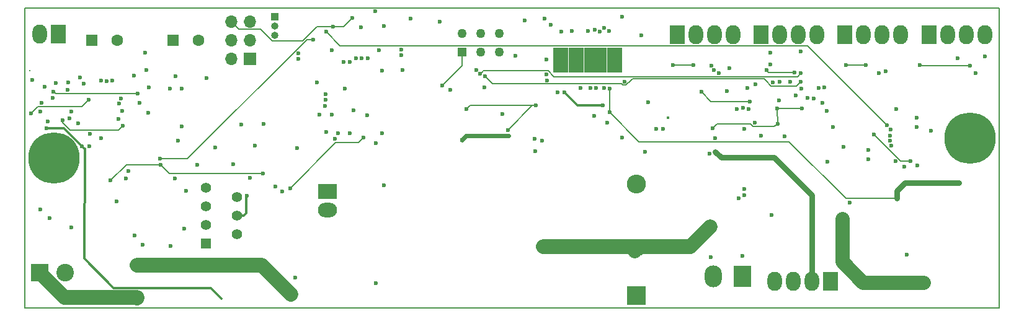
<source format=gbr>
G04 #@! TF.FileFunction,Copper,L2,Inr,Signal*
%FSLAX46Y46*%
G04 Gerber Fmt 4.6, Leading zero omitted, Abs format (unit mm)*
G04 Created by KiCad (PCBNEW 4.0.7) date 06/14/18 16:52:46*
%MOMM*%
%LPD*%
G01*
G04 APERTURE LIST*
%ADD10C,0.100000*%
%ADD11C,0.150000*%
%ADD12R,1.600000X1.600000*%
%ADD13C,1.600000*%
%ADD14R,2.600000X2.600000*%
%ADD15O,2.600000X2.600000*%
%ADD16C,7.000000*%
%ADD17R,1.700000X1.700000*%
%ADD18O,1.700000X1.700000*%
%ADD19R,1.000000X1.000000*%
%ADD20O,1.000000X1.000000*%
%ADD21R,2.350000X3.000000*%
%ADD22O,2.350000X3.000000*%
%ADD23C,1.270000*%
%ADD24R,1.270000X1.270000*%
%ADD25R,2.000000X2.600000*%
%ADD26O,2.000000X2.600000*%
%ADD27R,1.397000X1.397000*%
%ADD28C,1.397000*%
%ADD29R,1.100000X0.890000*%
%ADD30R,2.600000X2.000000*%
%ADD31O,2.600000X2.000000*%
%ADD32C,2.400000*%
%ADD33R,2.400000X2.400000*%
%ADD34C,0.600000*%
%ADD35C,0.400000*%
%ADD36C,0.200000*%
%ADD37C,0.200000*%
%ADD38C,0.300000*%
%ADD39C,0.800000*%
%ADD40C,1.960000*%
%ADD41C,2.000000*%
%ADD42C,0.600000*%
G04 APERTURE END LIST*
D10*
D11*
X25000000Y-164000000D02*
X25000000Y-123000000D01*
X158000000Y-164000000D02*
X25000000Y-164000000D01*
X158000000Y-123000000D02*
X158000000Y-164000000D01*
X25000000Y-123000000D02*
X158000000Y-123000000D01*
D12*
X45200000Y-127450000D03*
D13*
X48700000Y-127450000D03*
D12*
X34100000Y-127450000D03*
D13*
X37600000Y-127450000D03*
D14*
X108490000Y-162350000D03*
D15*
X108490000Y-147110000D03*
D16*
X154010000Y-140810000D03*
D17*
X55690000Y-129950000D03*
D18*
X53150000Y-129950000D03*
X55690000Y-127410000D03*
X53150000Y-127410000D03*
X55690000Y-124870000D03*
X53150000Y-124870000D03*
D19*
X59090000Y-124250000D03*
D20*
X59090000Y-125520000D03*
X59090000Y-126790000D03*
D21*
X122950000Y-159700000D03*
D22*
X118990000Y-159700000D03*
D23*
X84690000Y-126480000D03*
X87230000Y-126480000D03*
X89770000Y-126480000D03*
D24*
X84690000Y-129020000D03*
D23*
X87230000Y-129020000D03*
X89770000Y-129020000D03*
D25*
X125520000Y-126650000D03*
D26*
X128060000Y-126650000D03*
X130600000Y-126650000D03*
X133140000Y-126650000D03*
D25*
X114080000Y-126650000D03*
D26*
X116620000Y-126650000D03*
X119160000Y-126650000D03*
X121700000Y-126650000D03*
D25*
X136950000Y-126650000D03*
D26*
X139490000Y-126650000D03*
X142030000Y-126650000D03*
X144570000Y-126650000D03*
D25*
X148400000Y-126650000D03*
D26*
X150940000Y-126650000D03*
X153480000Y-126650000D03*
X156020000Y-126650000D03*
D27*
X49724000Y-155220000D03*
D28*
X53915000Y-153950000D03*
X49724000Y-152680000D03*
X53915000Y-151410000D03*
X49724000Y-150140000D03*
X53915000Y-148870000D03*
X49724000Y-147600000D03*
D29*
X106045000Y-131385000D03*
X106045000Y-130535000D03*
X106045000Y-128835000D03*
X106045000Y-129685000D03*
X104988750Y-129685000D03*
X104988750Y-128835000D03*
X104988750Y-130535000D03*
X104988750Y-131385000D03*
X103932500Y-131385000D03*
X103932500Y-130535000D03*
X103932500Y-128835000D03*
X103932500Y-129685000D03*
X102876250Y-129685000D03*
X102876250Y-128835000D03*
X102876250Y-130535000D03*
X102876250Y-131385000D03*
X101820000Y-131385000D03*
X101820000Y-130535000D03*
X101820000Y-128835000D03*
X101820000Y-129685000D03*
X100763750Y-129685000D03*
X100763750Y-128835000D03*
X100763750Y-130535000D03*
X100763750Y-131385000D03*
X99707500Y-131385000D03*
X99707500Y-130535000D03*
X99707500Y-128835000D03*
X99707500Y-129685000D03*
X98651250Y-129685000D03*
X98651250Y-128835000D03*
X98651250Y-130535000D03*
X98651250Y-131385000D03*
X97595000Y-131385000D03*
X97595000Y-130535000D03*
X97595000Y-128835000D03*
X97595000Y-129685000D03*
D16*
X29000000Y-143500000D03*
D30*
X66330000Y-148100000D03*
D31*
X66330000Y-150640000D03*
D25*
X29550000Y-126600000D03*
D26*
X27010000Y-126600000D03*
D32*
X30500000Y-159200000D03*
D33*
X27000000Y-159200000D03*
D25*
X134950000Y-160350000D03*
D26*
X132410000Y-160350000D03*
X129870000Y-160350000D03*
X127330000Y-160350000D03*
D34*
X28910000Y-134470000D03*
X40400000Y-134750000D03*
X45900000Y-141170000D03*
X50990000Y-142080000D03*
X62190000Y-142140000D03*
X56400000Y-141830000D03*
X54570000Y-138930000D03*
X57570000Y-138880000D03*
X74010000Y-147280000D03*
X69850000Y-137010000D03*
X68680000Y-134010000D03*
X40000000Y-154100000D03*
X81660000Y-124890000D03*
X91970000Y-129570000D03*
X93240000Y-124760000D03*
X77660000Y-124480000D03*
X45540000Y-132340000D03*
X41540000Y-131450000D03*
X41790000Y-137360000D03*
X37540000Y-149420000D03*
X46780000Y-153150000D03*
X47000000Y-148010000D03*
X48490000Y-144440000D03*
X53460000Y-144330000D03*
X49760000Y-132620000D03*
X41440000Y-129150000D03*
X41940000Y-133860000D03*
X44770000Y-134020000D03*
X46420000Y-133990000D03*
X122410000Y-148980000D03*
X117330000Y-134450000D03*
X87680000Y-133900000D03*
X94670000Y-142550000D03*
X126248909Y-131521091D03*
X123975028Y-135790010D03*
X134480000Y-137070000D03*
X146740000Y-139240000D03*
X143876446Y-143973554D03*
X140120000Y-142450000D03*
X133830000Y-135950000D03*
X130070000Y-131800000D03*
X36680000Y-146600000D03*
X43520000Y-144450000D03*
X57460000Y-145630000D03*
X61230000Y-147640000D03*
X71200000Y-140740000D03*
X72875860Y-141510000D03*
X73788316Y-140129999D03*
X83100000Y-134210000D03*
X74020000Y-125490000D03*
X69670000Y-124340000D03*
X67040000Y-125530000D03*
X33720000Y-135550000D03*
X25830000Y-137450000D03*
X119004779Y-131524908D03*
X109680000Y-142680000D03*
D35*
X112810000Y-138010000D03*
D34*
X123020000Y-136640000D03*
X121200000Y-131250000D03*
X129480000Y-133059999D03*
X146710000Y-138050000D03*
X145040000Y-144670000D03*
X143960000Y-136820000D03*
X147120000Y-130820000D03*
X154000000Y-130890000D03*
X142520000Y-131670000D03*
X71740000Y-137670000D03*
X73780000Y-131590000D03*
X66890000Y-128800000D03*
X70910000Y-125610000D03*
X64900000Y-133210000D03*
X72800000Y-123480000D03*
X61930000Y-159850000D03*
X72920000Y-160590000D03*
X55700000Y-146190000D03*
X118620000Y-157050000D03*
X90140000Y-137480000D03*
X122940000Y-156880000D03*
X25980000Y-132860000D03*
X39880000Y-132240000D03*
X29210000Y-133280000D03*
X32490000Y-132470000D03*
D36*
X25650000Y-131580000D03*
D34*
X27980000Y-139440000D03*
X32760000Y-141900000D03*
X44850000Y-155540000D03*
D36*
X51850000Y-162770000D03*
D34*
X119250000Y-142650000D03*
X123230000Y-139530000D03*
X156020000Y-129600000D03*
X145390000Y-156730000D03*
X123760000Y-136800000D03*
X123190000Y-147730000D03*
X96170000Y-130030000D03*
X134500000Y-144030000D03*
X123640000Y-133960000D03*
X104100000Y-125750000D03*
X95960000Y-124430000D03*
X96750000Y-125330000D03*
X106480000Y-124220000D03*
X102800000Y-126030000D03*
X106820000Y-133060000D03*
X102960000Y-133980000D03*
X103860000Y-136350000D03*
X98600000Y-134520000D03*
X104820000Y-137290000D03*
X104810000Y-133990000D03*
X152510000Y-146890000D03*
X144050000Y-149060000D03*
X146780000Y-144560000D03*
X102160000Y-133970000D03*
X102720000Y-137760000D03*
X46420000Y-139170000D03*
X27100000Y-150500000D03*
X65970000Y-136420000D03*
X87770000Y-132360000D03*
X130880000Y-133090000D03*
X154810000Y-131920000D03*
X87155891Y-132024014D03*
X141580000Y-131910000D03*
X130930000Y-131950000D03*
X66010000Y-135530000D03*
X86656890Y-131533081D03*
X118710000Y-130890000D03*
X66050686Y-134800686D03*
X113450000Y-130840000D03*
X116280000Y-130850000D03*
X108250000Y-156240000D03*
X118550000Y-152930000D03*
X95740000Y-155630000D03*
X152300000Y-129860000D03*
X126750000Y-129140000D03*
X126760000Y-130690000D03*
X35420000Y-132900000D03*
X134110000Y-133860000D03*
X143190000Y-139640000D03*
X94600000Y-140890000D03*
X68540000Y-130390000D03*
X60100000Y-148110000D03*
X39150000Y-145320000D03*
X98210000Y-126210000D03*
X123200000Y-148560000D03*
X128660000Y-140550000D03*
X140160000Y-143710000D03*
X125520000Y-140470000D03*
X99620000Y-126160000D03*
X127110000Y-133160000D03*
X103510000Y-126220000D03*
X137630000Y-149590000D03*
X101830000Y-126140000D03*
X136730000Y-142020000D03*
X41080000Y-155400000D03*
X40330000Y-162610000D03*
X135320000Y-139310000D03*
X104080000Y-133980000D03*
X104470000Y-138690000D03*
X109100000Y-126790000D03*
X104730000Y-126190000D03*
X100820000Y-133950000D03*
X97740000Y-134570000D03*
X143060000Y-141160000D03*
X96240000Y-132890000D03*
X66920000Y-137610000D03*
X84670000Y-141050000D03*
X91010000Y-140500000D03*
X31330000Y-137160000D03*
X27130000Y-137130000D03*
X124660000Y-138720000D03*
X124740000Y-133450000D03*
X106500000Y-140690000D03*
X131850000Y-135330000D03*
X120850000Y-134400000D03*
X122190000Y-136790000D03*
X132720000Y-135370000D03*
X71773646Y-129879990D03*
X35410000Y-140770000D03*
X111150000Y-139560000D03*
X112090000Y-139530000D03*
X148690000Y-139780000D03*
X81950000Y-133630000D03*
X137060000Y-130850000D03*
X139760000Y-130850000D03*
X118450002Y-142900000D03*
X67730000Y-140160000D03*
X65210000Y-137590000D03*
X119760000Y-131900000D03*
X130960000Y-134010000D03*
X66090000Y-140000000D03*
X62350000Y-129200000D03*
X70950000Y-129880000D03*
X62320000Y-130000000D03*
X70160000Y-129870000D03*
X73330000Y-128760000D03*
X130220000Y-135000000D03*
X76410000Y-129430000D03*
X127928312Y-135626131D03*
X76540000Y-131490000D03*
X145920000Y-143940000D03*
X140910000Y-140300000D03*
X64340000Y-127340000D03*
X43480000Y-143630000D03*
X142692460Y-139047540D03*
X66150000Y-126270000D03*
X67290000Y-140930000D03*
X28770000Y-135340000D03*
X30850000Y-134170000D03*
X31370000Y-153030000D03*
X69340000Y-140130000D03*
X143110000Y-140430000D03*
X76400000Y-128700000D03*
X96160000Y-132100000D03*
X110110000Y-135860000D03*
X126900000Y-151290000D03*
X147690000Y-160540000D03*
X136540000Y-151780000D03*
X33000000Y-133360000D03*
X33830000Y-140200000D03*
X30170000Y-138380000D03*
X33820000Y-141940000D03*
X27660000Y-133810000D03*
X30870000Y-133180000D03*
X38340000Y-139100000D03*
X38070000Y-135350000D03*
X55313511Y-148660000D03*
X119240000Y-140770000D03*
X45480000Y-146270000D03*
X38750000Y-146270000D03*
X36170000Y-133030000D03*
X133380000Y-133920000D03*
X143250000Y-141860000D03*
X95630000Y-141140000D03*
X69340000Y-130380000D03*
X59200000Y-147400000D03*
X118838554Y-139468554D03*
X127740000Y-138860000D03*
X131060002Y-136765002D03*
X127670000Y-136780000D03*
X128050000Y-133100000D03*
X130930000Y-128980000D03*
X85300000Y-136790000D03*
X94730000Y-136330000D03*
X90900000Y-139710000D03*
X61320000Y-162100000D03*
X28410000Y-151760000D03*
X51500000Y-158130000D03*
X40300000Y-158200000D03*
X38300000Y-137080000D03*
X37800000Y-138150000D03*
X40610000Y-136010000D03*
X36890000Y-132950000D03*
X37850000Y-136070000D03*
X27310000Y-135960000D03*
X31090000Y-138100000D03*
X28130000Y-138510000D03*
X32230000Y-138810000D03*
D37*
X40400000Y-134750000D02*
X29190000Y-134750000D01*
X29190000Y-134750000D02*
X28910000Y-134470000D01*
X123975028Y-135790010D02*
X118650011Y-135790010D01*
X118650011Y-135790010D02*
X117330000Y-134450000D01*
X130070000Y-131800000D02*
X126527818Y-131800000D01*
X126527818Y-131800000D02*
X126248909Y-131521091D01*
X43520000Y-144450000D02*
X38830000Y-144450000D01*
X38830000Y-144450000D02*
X36680000Y-146600000D01*
X57460000Y-145630000D02*
X44700000Y-145630000D01*
X44700000Y-145630000D02*
X43520000Y-144450000D01*
X71200000Y-140740000D02*
X70509999Y-141430001D01*
X70509999Y-141430001D02*
X67439999Y-141430001D01*
X67439999Y-141430001D02*
X61230000Y-147640000D01*
X67040000Y-125530000D02*
X68480000Y-125530000D01*
X68480000Y-125530000D02*
X69670000Y-124340000D01*
X53150000Y-124870000D02*
X54200001Y-125920001D01*
X54200001Y-125920001D02*
X57183999Y-125920001D01*
X57183999Y-125920001D02*
X58753999Y-127490001D01*
X58753999Y-127490001D02*
X62895719Y-127490001D01*
X62895719Y-127490001D02*
X64855720Y-125530000D01*
X64855720Y-125530000D02*
X67040000Y-125530000D01*
X32750000Y-136520000D02*
X33720000Y-135550000D01*
X26760000Y-136520000D02*
X32750000Y-136520000D01*
X25830000Y-137450000D02*
X26760000Y-136520000D01*
X154000000Y-130890000D02*
X147190000Y-130890000D01*
X147190000Y-130890000D02*
X147120000Y-130820000D01*
D38*
X32760000Y-141900000D02*
X33070000Y-142210000D01*
X33070000Y-142210000D02*
X33170000Y-142210000D01*
X33170000Y-142210000D02*
X33130000Y-157270000D01*
X33130000Y-157270000D02*
X37130000Y-161270000D01*
X37130000Y-161270000D02*
X50350000Y-161270000D01*
X50350000Y-161270000D02*
X51850000Y-162770000D01*
X27980000Y-139440000D02*
X30300000Y-139440000D01*
X30300000Y-139440000D02*
X32760000Y-141900000D01*
D39*
X132410000Y-148630000D02*
X132410000Y-160350000D01*
X127240000Y-143460000D02*
X132410000Y-148630000D01*
X120060000Y-143460000D02*
X127240000Y-143460000D01*
X119250000Y-142650000D02*
X120060000Y-143460000D01*
D38*
X103860000Y-136350000D02*
X100430000Y-136350000D01*
X100430000Y-136350000D02*
X98600000Y-134520000D01*
D37*
X144050000Y-149060000D02*
X137100000Y-149060000D01*
X104810000Y-137260000D02*
X104810000Y-133990000D01*
X108840000Y-141290000D02*
X104810000Y-137260000D01*
X129330000Y-141290000D02*
X108840000Y-141290000D01*
X137100000Y-149060000D02*
X129330000Y-141290000D01*
D39*
X144050000Y-149060000D02*
X144050000Y-147970000D01*
X145130000Y-146890000D02*
X152510000Y-146890000D01*
X144050000Y-147970000D02*
X145130000Y-146890000D01*
D37*
X107700003Y-132919999D02*
X107700004Y-132919999D01*
X126869999Y-133660001D02*
X130309999Y-133660001D01*
X106579999Y-133560001D02*
X107060001Y-133560001D01*
X106409999Y-133390001D02*
X106579999Y-133560001D01*
X130309999Y-133660001D02*
X130880000Y-133090000D01*
X126129997Y-132919999D02*
X126869999Y-133660001D01*
X88800001Y-133390001D02*
X106409999Y-133390001D01*
X107060001Y-133560001D02*
X107700003Y-132919999D01*
X87770000Y-132360000D02*
X88800001Y-133390001D01*
X125900001Y-132690003D02*
X126129997Y-132919999D01*
X107930000Y-132690003D02*
X125900001Y-132690003D01*
X107700004Y-132919999D02*
X107930000Y-132690003D01*
X87579906Y-131599999D02*
X87455890Y-131724015D01*
X130930000Y-131950000D02*
X130479999Y-132400001D01*
X130479999Y-132400001D02*
X97200003Y-132400001D01*
X87455890Y-131724015D02*
X87155891Y-132024014D01*
X97200003Y-132400001D02*
X96400001Y-131599999D01*
X96400001Y-131599999D02*
X87579906Y-131599999D01*
X113450000Y-130840000D02*
X113460000Y-130850000D01*
X113460000Y-130850000D02*
X116280000Y-130850000D01*
D40*
X108680000Y-155840000D02*
X108680000Y-155630000D01*
X108460000Y-155840000D02*
X108680000Y-155840000D01*
X108250000Y-155630000D02*
X108460000Y-155840000D01*
X108250000Y-156240000D02*
X108250000Y-155630000D01*
D41*
X95740000Y-155630000D02*
X108680000Y-155630000D01*
X108680000Y-155630000D02*
X115850000Y-155630000D01*
X115850000Y-155630000D02*
X118550000Y-152930000D01*
X30370000Y-162570000D02*
X27000000Y-159200000D01*
X40290000Y-162570000D02*
X30370000Y-162570000D01*
X40330000Y-162610000D02*
X40290000Y-162570000D01*
D42*
X129870000Y-160350000D02*
X129870000Y-160630000D01*
X85220000Y-140500000D02*
X91010000Y-140500000D01*
X84670000Y-141050000D02*
X85220000Y-140500000D01*
D37*
X84690000Y-129020000D02*
X84690000Y-130890000D01*
X84690000Y-130890000D02*
X81950000Y-133630000D01*
X137060000Y-130850000D02*
X137050000Y-130840000D01*
X137050000Y-130840000D02*
X137060000Y-130850000D01*
X137060000Y-130850000D02*
X139760000Y-130850000D01*
X144550000Y-143940000D02*
X145920000Y-143940000D01*
X140910000Y-140300000D02*
X144550000Y-143940000D01*
X43480000Y-143630000D02*
X47179998Y-143630000D01*
X47179998Y-143630000D02*
X63469998Y-127340000D01*
X63469998Y-127340000D02*
X64340000Y-127340000D01*
X66150000Y-126270000D02*
X68030010Y-128150010D01*
X68030010Y-128150010D02*
X131794930Y-128150010D01*
X131794930Y-128150010D02*
X142692460Y-139047540D01*
D40*
X136540000Y-151780000D02*
X136540000Y-157680000D01*
X139400000Y-160540000D02*
X147690000Y-160540000D01*
X136540000Y-157680000D02*
X139400000Y-160540000D01*
D37*
X30170000Y-138380000D02*
X30170000Y-138670000D01*
X37750000Y-139690000D02*
X38340000Y-139100000D01*
X31190000Y-139690000D02*
X37750000Y-139690000D01*
X30170000Y-138670000D02*
X31190000Y-139690000D01*
D38*
X55250000Y-151062828D02*
X55250000Y-148723511D01*
X55250000Y-148723511D02*
X55313511Y-148660000D01*
X53915000Y-151410000D02*
X54902828Y-151410000D01*
X54902828Y-151410000D02*
X55250000Y-151062828D01*
D37*
X127740000Y-138860000D02*
X127269999Y-139220001D01*
X127269999Y-139220001D02*
X124419999Y-139220001D01*
X124419999Y-139220001D02*
X124029998Y-138830000D01*
X124029998Y-138830000D02*
X119477108Y-138830000D01*
X119477108Y-138830000D02*
X118838554Y-139468554D01*
X127670000Y-136780000D02*
X127750000Y-138850000D01*
X127750000Y-138850000D02*
X127740000Y-138860000D01*
X131060002Y-136765002D02*
X127684998Y-136765002D01*
X127684998Y-136765002D02*
X127670000Y-136780000D01*
X94730000Y-136330000D02*
X85760000Y-136330000D01*
X85760000Y-136330000D02*
X85300000Y-136790000D01*
X94280000Y-136330000D02*
X94730000Y-136330000D01*
X90900000Y-139710000D02*
X94280000Y-136330000D01*
D41*
X56360000Y-158130000D02*
X57350000Y-158130000D01*
X51500000Y-158130000D02*
X56360000Y-158130000D01*
X57350000Y-158130000D02*
X61320000Y-162100000D01*
X40370000Y-158130000D02*
X51500000Y-158130000D01*
X40300000Y-158200000D02*
X40370000Y-158130000D01*
M02*

</source>
